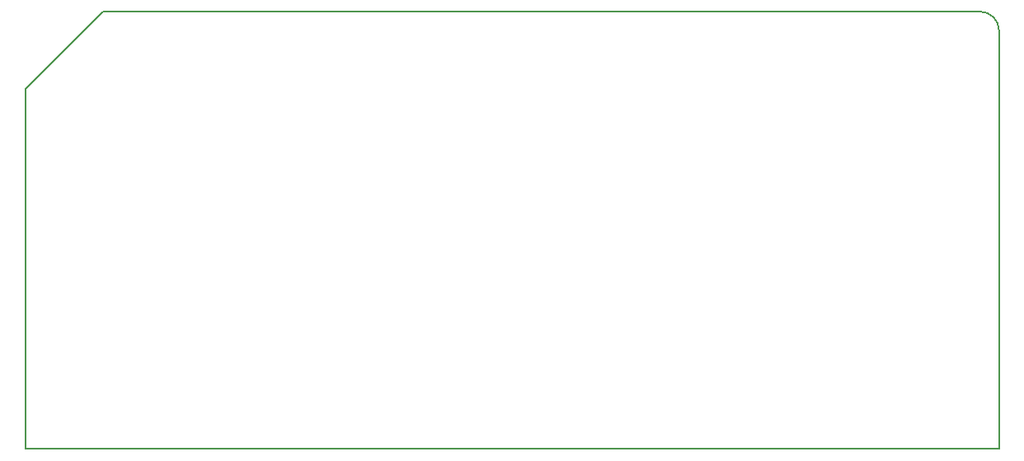
<source format=gbr>
G04 #@! TF.GenerationSoftware,KiCad,Pcbnew,(5.0.0)*
G04 #@! TF.CreationDate,2020-08-03T17:04:06+01:00*
G04 #@! TF.ProjectId,basic-mc6800,62617369632D6D63363830302E6B6963,rev?*
G04 #@! TF.SameCoordinates,Original*
G04 #@! TF.FileFunction,Profile,NP*
%FSLAX46Y46*%
G04 Gerber Fmt 4.6, Leading zero omitted, Abs format (unit mm)*
G04 Created by KiCad (PCBNEW (5.0.0)) date 08/03/20 17:04:06*
%MOMM*%
%LPD*%
G01*
G04 APERTURE LIST*
%ADD10C,0.200000*%
G04 APERTURE END LIST*
D10*
X98000000Y-65000000D02*
X106000000Y-57000000D01*
X196000000Y-57000000D02*
G75*
G02X198000000Y-59000000I0J-2000000D01*
G01*
X198000000Y-102000000D02*
X98000000Y-102000000D01*
X198000000Y-59000000D02*
X198000000Y-102000000D01*
X106000000Y-57000000D02*
X196000000Y-57000000D01*
X98000000Y-81000000D02*
X98000000Y-65000000D01*
X98000000Y-102000000D02*
X98000000Y-81000000D01*
M02*

</source>
